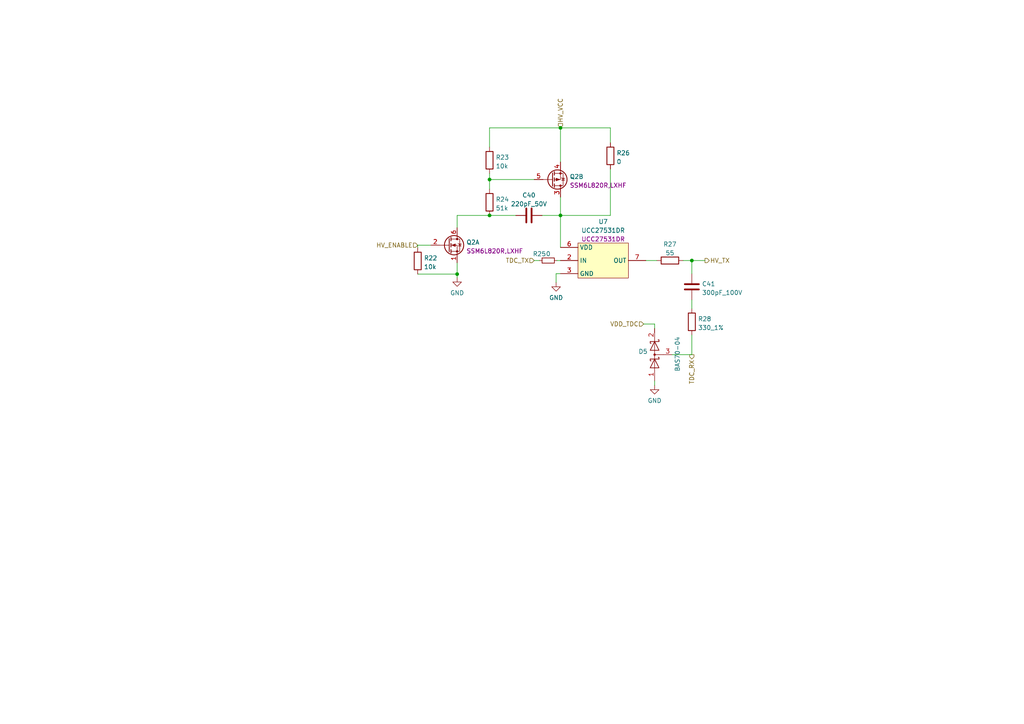
<source format=kicad_sch>
(kicad_sch (version 20211123) (generator eeschema)
  (paper "A4")
  (lib_symbols
    (symbol "Device:C" (pin_numbers hide) (pin_names (offset 0.254))
      (property "Reference" "C" (at 0.635 2.54 0))
      (property "Value" "C" (at 0.635 -2.54 0))
      (symbol "C_0_1"
        (polyline (pts (xy -2.032 -0.762) (xy 2.032 -0.762)) (stroke (width 0.508)))
        (polyline (pts (xy -2.032 0.762) (xy 2.032 0.762)) (stroke (width 0.508)))
      )
      (symbol "C_1_1"
        (pin passive line (at 0 3.81 270) (length 2.794) (name "~") (number "1"))
        (pin passive line (at 0 -3.81 90) (length 2.794) (name "~") (number "2"))
      )
    )
    (symbol "Device:D_Schottky_x2_Serial_AKC" (pin_names (offset 0.762) hide)
      (property "Reference" "D" (at 1.27 -2.54 0))
      (property "Value" "D_Schottky_x2_Serial_AKC" (at 0 2.54 0))
      (symbol "D_Schottky_x2_Serial_AKC_0_1"
        (polyline (pts (xy -3.81 0) (xy 3.81 0)))
        (polyline (pts (xy 0 0) (xy 0 -2.54)))
        (polyline (pts (xy 6.35 0) (xy 7.62 0)))
        (polyline (pts (xy -1.27 -1.27) (xy -1.27 1.27) (xy -1.27 1.27)) (stroke (width 0.2032)))
        (polyline (pts (xy 3.81 1.27) (xy 3.81 -1.27) (xy 3.81 -1.27)) (stroke (width 0.2032)))
        (polyline (pts (xy -1.27 -1.27) (xy -0.762 -1.27) (xy -0.762 -1.016) (xy -0.762 -1.016)) (stroke (width 0.2032)))
        (polyline (pts (xy 3.81 -1.27) (xy 4.318 -1.27) (xy 4.318 -1.016) (xy 4.318 -1.016)) (stroke (width 0.2032)))
        (polyline (pts (xy 3.81 1.27) (xy 3.302 1.27) (xy 3.302 1.016) (xy 3.302 1.016)) (stroke (width 0.2032)))
        (polyline (pts (xy -1.778 1.016) (xy -1.778 1.27) (xy -1.27 1.27) (xy -1.27 1.27) (xy -1.27 1.27)) (stroke (width 0.2032)))
        (polyline (pts (xy -3.81 1.27) (xy -1.27 0) (xy -3.81 -1.27) (xy -3.81 1.27) (xy -3.81 1.27) (xy -3.81 1.27)) (stroke (width 0.2032)))
        (polyline (pts (xy 1.27 1.27) (xy 3.81 0) (xy 1.27 -1.27) (xy 1.27 1.27) (xy 1.27 1.27) (xy 1.27 1.27)) (stroke (width 0.2032)))
        (circle (center 0 0) (radius 0.254) (fill (type outline)))
        (pin passive line (at -7.62 0 0) (length 3.81) (name "A") (number "1"))
        (pin passive line (at 7.62 0 180) (length 3.81) (name "K") (number "2"))
        (pin passive line (at 0 -5.08 90) (length 2.54) (name "common") (number "3"))
      )
    )
    (symbol "Device:R" (pin_numbers hide) (pin_names (offset 0))
      (property "Reference" "R" (at 2.032 0 90))
      (property "Value" "R" (at 0 0 90))
      (symbol "R_0_1"
        (rectangle (start -1.016 -2.54) (end 1.016 2.54) (stroke (width 0.254)))
      )
      (symbol "R_1_1"
        (pin passive line (at 0 3.81 270) (length 1.27) (name "~") (number "1"))
        (pin passive line (at 0 -3.81 90) (length 1.27) (name "~") (number "2"))
      )
    )
    (symbol "Device:R_Small" (pin_numbers hide) (pin_names (offset 0.254) hide)
      (property "Reference" "R" (at 0.762 0.508 0))
      (property "Value" "R_Small" (at 0.762 -1.016 0))
      (symbol "R_Small_0_1"
        (rectangle (start -0.762 1.778) (end 0.762 -1.778) (stroke (width 0.2032)))
      )
      (symbol "R_Small_1_1"
        (pin passive line (at 0 2.54 270) (length 0.762) (name "~") (number "1"))
        (pin passive line (at 0 -2.54 90) (length 0.762) (name "~") (number "2"))
      )
    )
    (symbol "ZembiaNew:SSM6L820R" (pin_names hide)
      (property "Reference" "Q4" (at 0 8.1448 90))
      (property "MPN" "SSM6L820R,LXHF" (at 0 5.6079 90))
      (symbol "SSM6L820R_0_1"
        (polyline (pts (xy 0.254 0) (xy -2.54 0)))
        (polyline (pts (xy 0.254 1.905) (xy 0.254 -1.905)) (stroke (width 0.254)))
        (polyline (pts (xy 0.762 -1.27) (xy 0.762 -2.286)) (stroke (width 0.254)))
        (polyline (pts (xy 0.762 0.508) (xy 0.762 -0.508)) (stroke (width 0.254)))
        (polyline (pts (xy 0.762 2.286) (xy 0.762 1.27)) (stroke (width 0.254)))
        (polyline (pts (xy 2.54 2.54) (xy 2.54 1.778)))
        (polyline (pts (xy 2.54 -2.54) (xy 2.54 0) (xy 0.762 0)))
        (polyline (pts (xy 0.762 -1.778) (xy 3.302 -1.778) (xy 3.302 1.778) (xy 0.762 1.778)))
        (circle (center 1.651 0) (radius 2.794) (stroke (width 0.254)))
        (circle (center 2.54 -1.778) (radius 0.254) (fill (type outline)))
        (circle (center 2.54 1.778) (radius 0.254) (fill (type outline)))
      )
      (symbol "SSM6L820R_1_1"
        (polyline (pts (xy 1.016 0) (xy 2.032 0.381) (xy 2.032 -0.381) (xy 1.016 0)) (fill (type outline)))
        (polyline (pts (xy 2.794 0.508) (xy 2.921 0.381) (xy 3.683 0.381) (xy 3.81 0.254)))
        (polyline (pts (xy 3.302 0.381) (xy 2.921 -0.254) (xy 3.683 -0.254) (xy 3.302 0.381)))
        (pin passive line (at 2.54 -5.08 90) (length 2.54) (name "S") (number "1"))
        (pin input line (at -5.08 0 0) (length 2.54) (name "G") (number "2"))
        (pin passive line (at 2.54 5.08 270) (length 2.54) (name "D") (number "6"))
      )
      (symbol "SSM6L820R_2_1"
        (polyline (pts (xy 2.286 0) (xy 1.27 0.381) (xy 1.27 -0.381) (xy 2.286 0)) (fill (type outline)))
        (polyline (pts (xy 2.794 -0.508) (xy 2.921 -0.381) (xy 3.683 -0.381) (xy 3.81 -0.254)))
        (polyline (pts (xy 3.302 -0.381) (xy 2.921 0.254) (xy 3.683 0.254) (xy 3.302 -0.381)))
        (pin passive line (at 2.54 5.08 270) (length 2.54) (name "D") (number "3"))
        (pin passive line (at 2.54 -5.08 90) (length 2.54) (name "1") (number "4"))
        (pin input line (at -5.08 0 0) (length 2.54) (name "G") (number "5"))
      )
    )
    (symbol "ZembiaNew:UCC27531DR"
      (property "Reference" "U" (at 0 0 0))
      (property "Value" "UCC27531DR" (at 0 0 0))
      (property "MPN" "UCC27531DR" (at 0 0 0))
      (symbol "UCC27531DR_0_1"
        (rectangle (start 0 12.065) (end 14.605 1.905) (stroke (width 0.1524)) (fill (type background)))
      )
      (symbol "UCC27531DR_1_1"
        (pin no_connect line (at 17.145 0 0) (length 5.08) hide (name "NC") (number "1"))
        (pin input line (at -5.08 6.985 0) (length 5.08) (name "IN") (number "2"))
        (pin input line (at -5.08 3.175 0) (length 5.08) (name "GND") (number "3"))
        (pin no_connect line (at 17.145 -2.54 0) (length 5.08) hide (name "NC") (number "4"))
        (pin no_connect line (at 17.145 -5.715 0) (length 5.08) hide (name "NC") (number "5"))
        (pin no_connect line (at 19.05 -8.89 0) (length 5.08) hide (name "NC") (number "6"))
        (pin input line (at -5.08 10.795 0) (length 5.08) (name "VDD") (number "6"))
        (pin input line (at 19.685 6.985 180) (length 5.08) (name "OUT") (number "7"))
        (pin no_connect line (at 16.51 -12.065 0) (length 5.08) hide (name "NC") (number "8"))
      )
    )
    (symbol "power:GND" (power) (pin_names (offset 0))
      (property "Value" "GND" (at 0 -3.81 0))
      (symbol "GND_0_1"
        (polyline (pts (xy 0 0) (xy 0 -1.27) (xy 1.27 -1.27) (xy 0 -2.54) (xy -1.27 -1.27) (xy 0 -1.27)))
      )
      (symbol "GND_1_1"
        (pin power_in line (at 0 0 270) (length 0) hide (name "GND") (number "1"))
      )
    )
  )
  (junction (at 141.986 52.07))
  (junction (at 162.56 62.484))
  (junction (at 162.56 37.084))
  (junction (at 200.66 75.565))
  (junction (at 132.588 79.502))
  (junction (at 141.986 62.484))
  (wire (pts (xy 198.12 75.565) (xy 200.66 75.565)))
  (wire (pts (xy 200.66 75.565) (xy 204.47 75.565)))
  (wire (pts (xy 141.986 37.084) (xy 141.986 42.672)))
  (wire (pts (xy 162.56 37.084) (xy 177.038 37.084)))
  (wire (pts (xy 189.865 93.98) (xy 189.865 95.25)))
  (wire (pts (xy 200.66 75.565) (xy 200.66 79.375)))
  (wire (pts (xy 121.158 71.12) (xy 121.158 71.882)))
  (wire (pts (xy 132.588 79.502) (xy 132.588 80.518)))
  (wire (pts (xy 161.29 81.915) (xy 161.29 79.375)))
  (wire (pts (xy 141.986 50.292) (xy 141.986 52.07)))
  (wire (pts (xy 132.588 62.484) (xy 132.588 66.04)))
  (wire (pts (xy 189.865 110.49) (xy 189.865 111.76)))
  (wire (pts (xy 141.986 52.07) (xy 154.94 52.07)))
  (wire (pts (xy 161.544 75.565) (xy 162.56 75.565)))
  (wire (pts (xy 186.69 93.98) (xy 189.865 93.98)))
  (wire (pts (xy 162.56 62.484) (xy 162.56 71.755)))
  (wire (pts (xy 124.968 71.12) (xy 121.158 71.12)))
  (wire (pts (xy 141.986 62.484) (xy 149.606 62.484)))
  (wire (pts (xy 177.038 49.022) (xy 177.038 62.484)))
  (wire (pts (xy 162.56 37.084) (xy 141.986 37.084)))
  (wire (pts (xy 141.986 52.07) (xy 141.986 54.864)))
  (wire (pts (xy 162.56 57.15) (xy 162.56 62.484)))
  (wire (pts (xy 177.038 37.084) (xy 177.038 41.402)))
  (wire (pts (xy 154.94 75.565) (xy 156.464 75.565)))
  (wire (pts (xy 194.945 102.87) (xy 200.66 102.87)))
  (wire (pts (xy 161.29 79.375) (xy 162.56 79.375)))
  (wire (pts (xy 200.66 86.995) (xy 200.66 89.535)))
  (wire (pts (xy 132.588 76.2) (xy 132.588 79.502)))
  (wire (pts (xy 187.325 75.565) (xy 190.5 75.565)))
  (wire (pts (xy 162.56 46.99) (xy 162.56 37.084)))
  (wire (pts (xy 177.038 62.484) (xy 162.56 62.484)))
  (wire (pts (xy 141.986 62.484) (xy 132.588 62.484)))
  (wire (pts (xy 157.226 62.484) (xy 162.56 62.484)))
  (wire (pts (xy 200.66 102.87) (xy 200.66 97.155)))
  (wire (pts (xy 121.158 79.502) (xy 132.588 79.502)))
  (hierarchical_label "HV_VCC" (shape input) (at 162.56 37.084 90))
  (hierarchical_label "TDC_RX" (shape output) (at 200.66 102.87 270))
  (hierarchical_label "TDC_TX" (shape input) (at 154.94 75.565 180))
  (hierarchical_label "HV_ENABLE" (shape input) (at 121.158 71.12 180))
  (hierarchical_label "VDD_TDC" (shape input) (at 186.69 93.98 180))
  (hierarchical_label "HV_TX" (shape output) (at 204.47 75.565 0))
  (symbol (lib_id "ZembiaNew:UCC27531DR") (at 167.64 82.55 0) (unit 1)
    (property "Reference" "U7" (at 174.9425 64.2992 0))
    (property "Value" "UCC27531DR" (at 174.9425 66.8361 0))
    (property "Footprint" "Package_SO:SOIC-8_3.9x4.9mm_P1.27mm" (effects hide))
    (property "MPN" "UCC27531DR" (at 174.9425 69.373 0))
  )
  (symbol (lib_id "Device:R") (at 194.31 75.565 90) (unit 1)
    (property "Reference" "R27" (at 194.31 70.8492 90))
    (property "Value" "55" (at 194.31 73.3861 90))
    (property "Footprint" "Resistor_SMD:R_0402_1005Metric" (effects hide))
    (property "MPN" "RC0402FR-0754R9L" (effects hide))
  )
  (symbol (lib_id "Device:R") (at 200.66 93.345 180) (unit 1)
    (property "Reference" "R28" (at 202.438 92.5103 0) (effects (justify right)))
    (property "Value" "330_1%" (at 202.438 95.0472 0) (effects (justify right)))
    (property "Footprint" "Resistor_SMD:R_0603_1608Metric" (effects hide))
    (property "MPN" "RC0603FR-07330RL" (effects hide))
  )
  (symbol (lib_id "Device:R_Small") (at 159.004 75.565 90) (unit 1)
    (property "Reference" "R25" (at 156.464 73.6558 90))
    (property "Value" "0" (at 159.004 73.6369 90))
    (property "Footprint" "Resistor_SMD:R_0603_1608Metric" (effects hide))
    (property "MPN" "CRCW06030000Z0EAHP" (effects hide))
  )
  (symbol (lib_id "Device:R") (at 141.986 58.674 180) (unit 1)
    (property "Reference" "R24" (at 143.764 57.8393 0) (effects (justify right)))
    (property "Value" "51k" (at 143.764 60.3762 0) (effects (justify right)))
    (property "Footprint" "Resistor_SMD:R_0402_1005Metric" (effects hide))
  )
  (symbol (lib_id "Device:R") (at 177.038 45.212 180) (unit 1) (in_bom no)
    (property "Reference" "R26" (at 178.816 44.3773 0) (effects (justify right)))
    (property "Value" "0" (at 178.816 46.9142 0) (effects (justify right)))
    (property "Footprint" "Resistor_SMD:R_0402_1005Metric" (effects hide))
  )
  (symbol (lib_id "ZembiaNew:SSM6L820R") (at 130.048 71.12 0) (unit 1)
    (property "Reference" "Q2" (at 135.255 70.2853 0) (effects (justify left)))
    (property "Value" "SSM6L820R" (effects hide))
    (property "Footprint" "Package_SO:TSOP-6_1.65x3.05mm_P0.95mm" (effects hide))
    (property "MPN" "SSM6L820R,LXHF" (at 135.255 72.8222 0) (effects (justify left)))
  )
  (symbol (lib_id "power:GND") (at 161.29 81.915 0) (unit 1)
    (property "Reference" "#PWR0164" (effects hide))
    (property "Value" "GND" (at 161.29 86.3584 0))
  )
  (symbol (lib_id "Device:R") (at 141.986 46.482 180) (unit 1)
    (property "Reference" "R23" (at 143.764 45.6473 0) (effects (justify right)))
    (property "Value" "10k" (at 143.764 48.1842 0) (effects (justify right)))
    (property "Footprint" "Resistor_SMD:R_0402_1005Metric" (effects hide))
  )
  (symbol (lib_id "Device:D_Schottky_x2_Serial_AKC") (at 189.865 102.87 90) (unit 1)
    (property "Reference" "D5" (at 187.8583 101.9615 90) (effects (justify left)))
    (property "Value" "BAS70-04" (at 196.4943 107.7846 0) (effects (justify left)))
    (property "Footprint" "Package_TO_SOT_SMD:SOT-23" (effects hide))
    (property "MPN" "BAS70-04 RFG" (effects hide))
  )
  (symbol (lib_id "Device:C") (at 153.416 62.484 90) (unit 1)
    (property "Reference" "C40" (at 153.416 56.6252 90))
    (property "Value" "220pF_50V" (at 153.416 59.1621 90))
    (property "Footprint" "Resistor_SMD:R_0402_1005Metric" (effects hide))
    (property "MPN" "C0402C221J5GACTU" (effects hide))
  )
  (symbol (lib_id "power:GND") (at 189.865 111.76 0) (unit 1)
    (property "Reference" "#PWR0163" (effects hide))
    (property "Value" "GND" (at 189.865 116.2034 0))
  )
  (symbol (lib_id "Device:R") (at 121.158 75.692 180) (unit 1)
    (property "Reference" "R22" (at 122.936 74.8573 0) (effects (justify right)))
    (property "Value" "10k" (at 122.936 77.3942 0) (effects (justify right)))
    (property "Footprint" "Resistor_SMD:R_0402_1005Metric" (effects hide))
  )
  (symbol (lib_id "ZembiaNew:SSM6L820R") (at 160.02 52.07 0) (mirror x) (unit 2)
    (property "Reference" "Q2" (at 165.227 51.2353 0) (effects (justify left)))
    (property "Value" "SSM6L820R" (effects hide))
    (property "Footprint" "Package_SO:TSOP-6_1.65x3.05mm_P0.95mm" (effects hide))
    (property "MPN" "SSM6L820R,LXHF" (at 165.227 53.7722 0) (effects (justify left)))
  )
  (symbol (lib_id "power:GND") (at 132.588 80.518 0) (unit 1)
    (property "Reference" "#PWR0162" (effects hide))
    (property "Value" "GND" (at 132.588 84.9614 0))
  )
  (symbol (lib_id "Device:C") (at 200.66 83.185 0) (unit 1)
    (property "Reference" "C41" (at 203.581 82.3503 0) (effects (justify left)))
    (property "Value" "300pF_100V" (at 203.581 84.8872 0) (effects (justify left)))
    (property "Footprint" "Capacitor_SMD:C_0603_1608Metric" (effects hide))
    (property "MPN" "GCM1885C2A301JA16D" (effects hide))
  )
)
</source>
